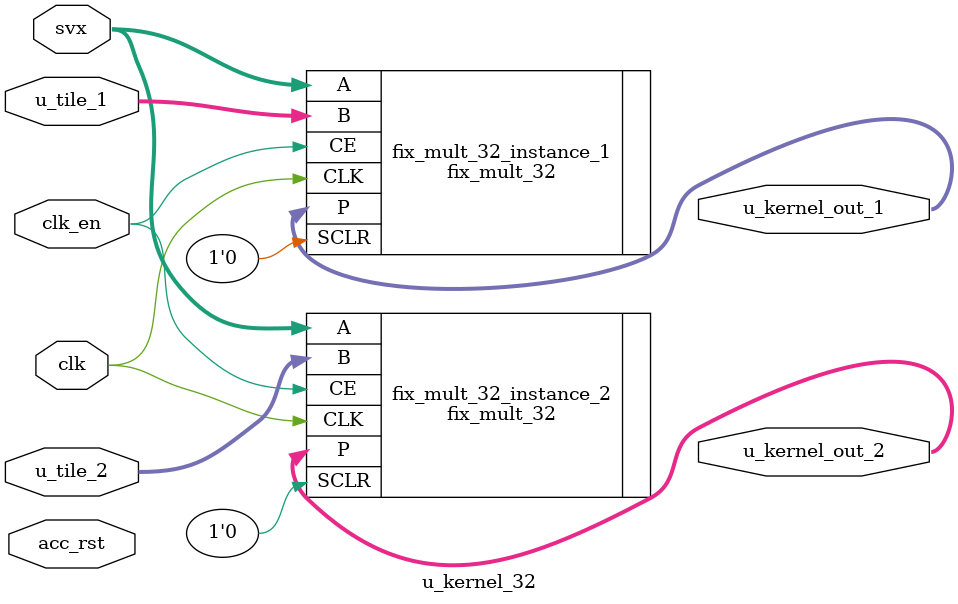
<source format=v>
`timescale 1ns / 1ps

module u_kernel_32(
    input clk,
    input clk_en,
    input acc_rst,  // Renamed for consistency
    input [31:0] svx,
    input [31:0] u_tile_1,
    input [31:0] u_tile_2,
    output wire [31:0] u_kernel_out_1,  // Added comma
    output wire [31:0] u_kernel_out_2
);

// Instantiate multipliers
fix_mult_32 fix_mult_32_instance_1 (
    .CLK(clk),
    .A(svx),
    .B(u_tile_1),
    .CE(clk_en),
    .SCLR(1'b0),  // Updated to rst
    .P(u_kernel_out_1)
);

fix_mult_32 fix_mult_32_instance_2 (
    .CLK(clk),
    .A(svx),
    .B(u_tile_2),
    .CE(clk_en),
    .SCLR(1'b0),  // Updated to rst
    .P(u_kernel_out_2)
);

endmodule

</source>
